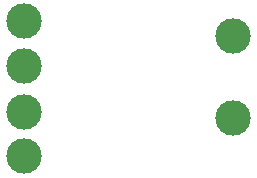
<source format=gbr>
%TF.GenerationSoftware,KiCad,Pcbnew,8.0.7*%
%TF.CreationDate,2024-12-30T14:37:26-05:00*%
%TF.ProjectId,SwitchBoard,53776974-6368-4426-9f61-72642e6b6963,rev?*%
%TF.SameCoordinates,Original*%
%TF.FileFunction,Paste,Top*%
%TF.FilePolarity,Positive*%
%FSLAX46Y46*%
G04 Gerber Fmt 4.6, Leading zero omitted, Abs format (unit mm)*
G04 Created by KiCad (PCBNEW 8.0.7) date 2024-12-30 14:37:26*
%MOMM*%
%LPD*%
G01*
G04 APERTURE LIST*
%ADD10C,3.000000*%
G04 APERTURE END LIST*
D10*
%TO.C,H4*%
X158000000Y-65600000D03*
%TD*%
%TO.C,H1*%
X175700000Y-63000000D03*
%TD*%
%TO.C,H6*%
X158000000Y-69500000D03*
%TD*%
%TO.C,H5*%
X158000000Y-73200000D03*
%TD*%
%TO.C,H3*%
X158000000Y-61800000D03*
%TD*%
%TO.C,H2*%
X175700000Y-70000000D03*
%TD*%
M02*

</source>
